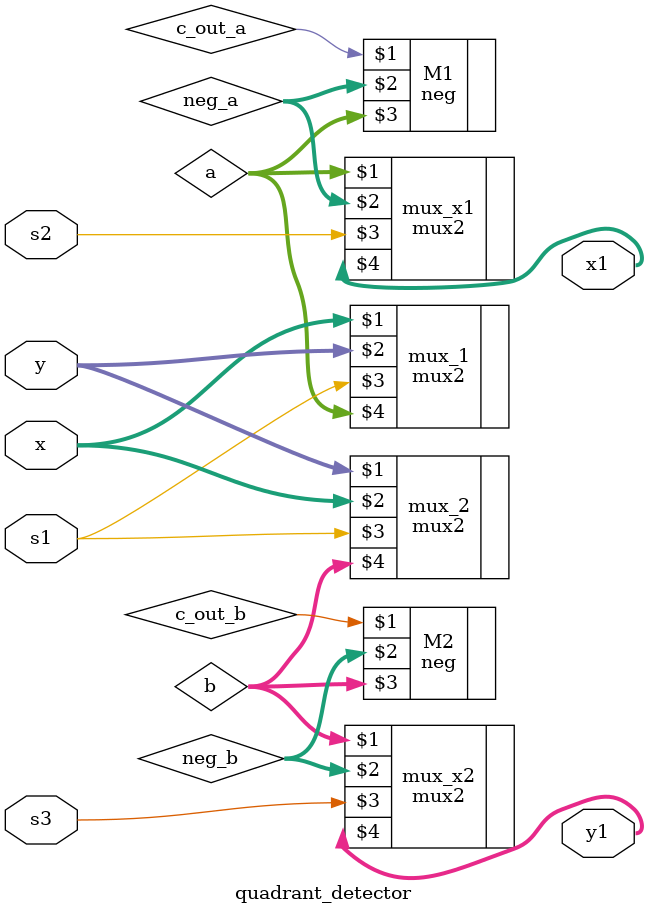
<source format=v>
module quadrant_detector (x1,y1,s1,s2,s3,x,y);

//PORT DECLARATION
	input s1,s2,s3;
	input [15 : 0] x,y;
	output [15 : 0] x1,y1;

//WIRE DECLARATION
	wire [15 : 0] 	a,b,neg_a, neg_b;
	wire 			c_out_a, c_out_b;


//ALGORITHM 
	
	mux2 	mux_1(x,y,s1,a);
	mux2 	mux_2(y,x,s1,b);
	
	neg 	M1(c_out_a, neg_a, a);
	neg 	M2(c_out_b, neg_b, b);

	mux2 	mux_x1(a,neg_a,s2,x1);
	mux2 	mux_x2(b,neg_b,s3,y1);

endmodule
</source>
